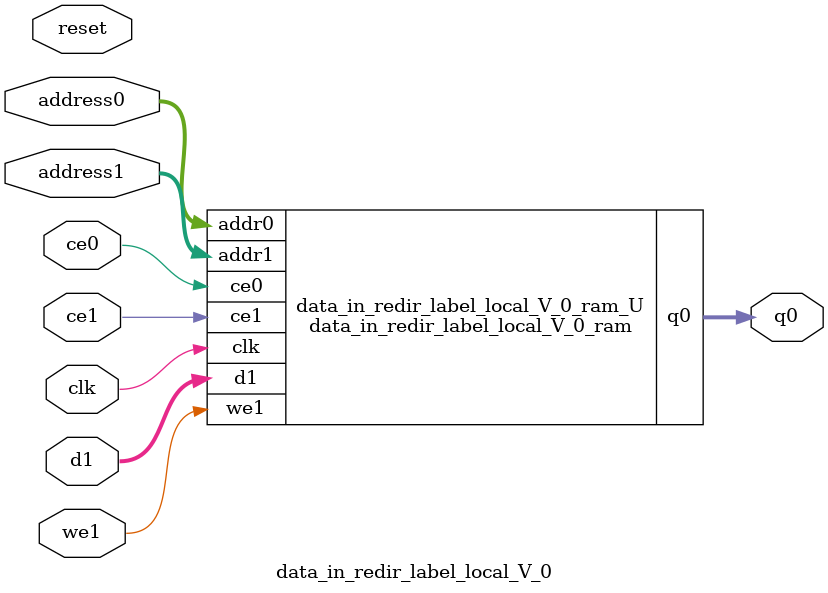
<source format=v>
`timescale 1 ns / 1 ps
module data_in_redir_label_local_V_0_ram (addr0, ce0, q0, addr1, ce1, d1, we1,  clk);

parameter DWIDTH = 8;
parameter AWIDTH = 10;
parameter MEM_SIZE = 564;

input[AWIDTH-1:0] addr0;
input ce0;
output wire[DWIDTH-1:0] q0;
input[AWIDTH-1:0] addr1;
input ce1;
input[DWIDTH-1:0] d1;
input we1;
input clk;

(* ram_style = "block" *)reg [DWIDTH-1:0] ram[0:MEM_SIZE-1];
reg [DWIDTH-1:0] q0_t0;
reg [DWIDTH-1:0] q0_t1;

genvar i;
generate
    for (i=0; i<MEM_SIZE; i=i+1) begin
        initial ram[i] = DWIDTH'd0;
    end
endgenerate

assign q0 = q0_t1;

always @(posedge clk)  
begin
    if (ce0) 
    begin
        q0_t1 <= q0_t0;
    end
end


always @(posedge clk)  
begin 
    if (ce0) begin
        q0_t0 <= ram[addr0];
    end
end


always @(posedge clk)  
begin 
    if (ce1) begin
        if (we1) 
            ram[addr1] <= d1; 
    end
end


endmodule

`timescale 1 ns / 1 ps
module data_in_redir_label_local_V_0(
    reset,
    clk,
    address0,
    ce0,
    q0,
    address1,
    ce1,
    we1,
    d1);

parameter DataWidth = 32'd8;
parameter AddressRange = 32'd564;
parameter AddressWidth = 32'd10;
input reset;
input clk;
input[AddressWidth - 1:0] address0;
input ce0;
output[DataWidth - 1:0] q0;
input[AddressWidth - 1:0] address1;
input ce1;
input we1;
input[DataWidth - 1:0] d1;



data_in_redir_label_local_V_0_ram data_in_redir_label_local_V_0_ram_U(
    .clk( clk ),
    .addr0( address0 ),
    .ce0( ce0 ),
    .q0( q0 ),
    .addr1( address1 ),
    .ce1( ce1 ),
    .we1( we1 ),
    .d1( d1 ));

endmodule


</source>
